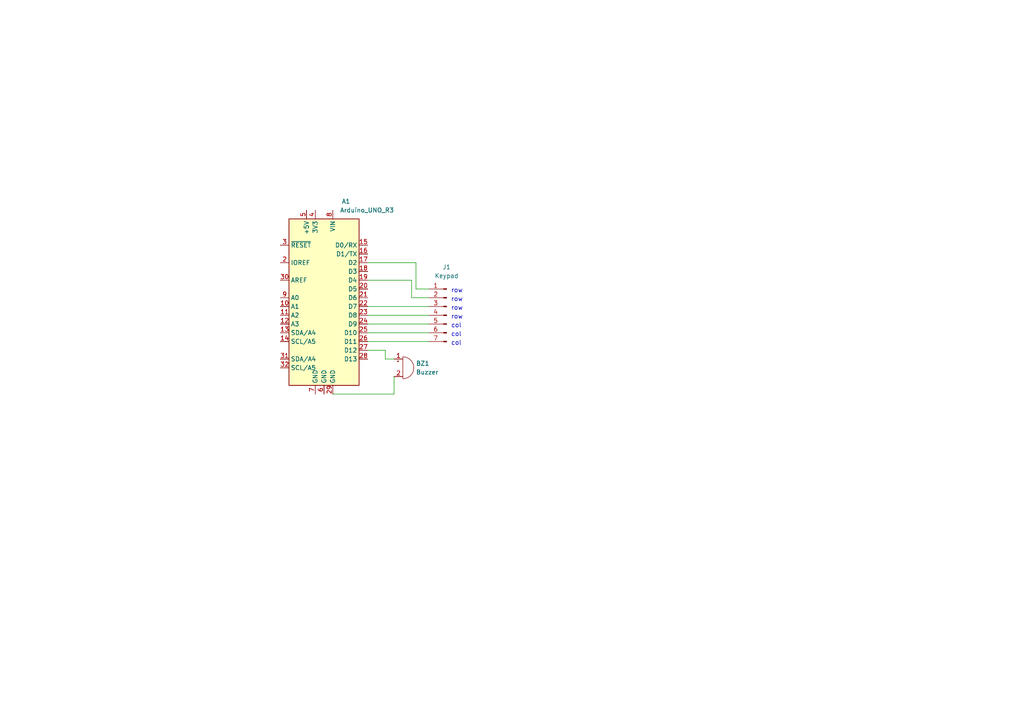
<source format=kicad_sch>
(kicad_sch (version 20230121) (generator eeschema)
  (paper "A4")
  (lib_symbols
    (symbol "Connector:Conn_01x07_Pin" (pin_names (offset 1.016) hide)
      (property "Reference" "J" (at 0 10.16 0))
      (property "Value" "Conn_01x07_Pin" (at 0 -10.16 0))
      (symbol "Conn_01x07_Pin_1_1"
        (polyline (pts (xy 1.27 -7.62) (xy 0.8636 -7.62)) (stroke (width 0.1524)))
        (polyline (pts (xy 1.27 -5.08) (xy 0.8636 -5.08)) (stroke (width 0.1524)))
        (polyline (pts (xy 1.27 -2.54) (xy 0.8636 -2.54)) (stroke (width 0.1524)))
        (polyline (pts (xy 1.27 0) (xy 0.8636 0)) (stroke (width 0.1524)))
        (polyline (pts (xy 1.27 2.54) (xy 0.8636 2.54)) (stroke (width 0.1524)))
        (polyline (pts (xy 1.27 5.08) (xy 0.8636 5.08)) (stroke (width 0.1524)))
        (polyline (pts (xy 1.27 7.62) (xy 0.8636 7.62)) (stroke (width 0.1524)))
        (rectangle (start 0.8636 -7.493) (end 0 -7.747) (stroke (width 0.1524)) (fill (type outline)))
        (rectangle (start 0.8636 -4.953) (end 0 -5.207) (stroke (width 0.1524)) (fill (type outline)))
        (rectangle (start 0.8636 -2.413) (end 0 -2.667) (stroke (width 0.1524)) (fill (type outline)))
        (rectangle (start 0.8636 0.127) (end 0 -0.127) (stroke (width 0.1524)) (fill (type outline)))
        (rectangle (start 0.8636 2.667) (end 0 2.413) (stroke (width 0.1524)) (fill (type outline)))
        (rectangle (start 0.8636 5.207) (end 0 4.953) (stroke (width 0.1524)) (fill (type outline)))
        (rectangle (start 0.8636 7.747) (end 0 7.493) (stroke (width 0.1524)) (fill (type outline)))
        (pin passive line (at 5.08 7.62 180) (length 3.81) (name "Pin_1") (number "1"))
        (pin passive line (at 5.08 5.08 180) (length 3.81) (name "Pin_2") (number "2"))
        (pin passive line (at 5.08 2.54 180) (length 3.81) (name "Pin_3") (number "3"))
        (pin passive line (at 5.08 0 180) (length 3.81) (name "Pin_4") (number "4"))
        (pin passive line (at 5.08 -2.54 180) (length 3.81) (name "Pin_5") (number "5"))
        (pin passive line (at 5.08 -5.08 180) (length 3.81) (name "Pin_6") (number "6"))
        (pin passive line (at 5.08 -7.62 180) (length 3.81) (name "Pin_7") (number "7"))
      )
    )
    (symbol "Device:Buzzer" (pin_names (offset 0.0254) hide)
      (property "Reference" "BZ" (at 3.81 1.27 0))
      (property "Value" "Buzzer" (at 3.81 -1.27 0))
      (symbol "Buzzer_0_1"
        (arc (start 0 -3.175) (mid 3.1612 0) (end 0 3.175))
        (polyline (pts (xy -1.651 1.905) (xy -1.143 1.905)))
        (polyline (pts (xy -1.397 2.159) (xy -1.397 1.651)))
        (polyline (pts (xy 0 3.175) (xy 0 -3.175)))
      )
      (symbol "Buzzer_1_1"
        (pin passive line (at -2.54 2.54 0) (length 2.54) (name "-") (number "1"))
        (pin passive line (at -2.54 -2.54 0) (length 2.54) (name "+") (number "2"))
      )
    )
    (symbol "MCU_Module:Arduino_UNO_R3"
      (property "Reference" "A" (at -10.16 23.495 0))
      (property "Value" "Arduino_UNO_R3" (at 5.08 -26.67 0))
      (symbol "Arduino_UNO_R3_0_1"
        (rectangle (start -10.16 22.86) (end 10.16 -25.4) (stroke (width 0.254)) (fill (type background)))
      )
      (symbol "Arduino_UNO_R3_1_1"
        (pin no_connect line (at -10.16 -20.32 0) (length 2.54) hide (name "NC") (number "1"))
        (pin bidirectional line (at 12.7 -2.54 180) (length 2.54) (name "A1") (number "10"))
        (pin bidirectional line (at 12.7 -5.08 180) (length 2.54) (name "A2") (number "11"))
        (pin bidirectional line (at 12.7 -7.62 180) (length 2.54) (name "A3") (number "12"))
        (pin bidirectional line (at 12.7 -10.16 180) (length 2.54) (name "SDA/A4") (number "13"))
        (pin bidirectional line (at 12.7 -12.7 180) (length 2.54) (name "SCL/A5") (number "14"))
        (pin bidirectional line (at -12.7 15.24 0) (length 2.54) (name "D0/RX") (number "15"))
        (pin bidirectional line (at -12.7 12.7 0) (length 2.54) (name "D1/TX") (number "16"))
        (pin bidirectional line (at -12.7 10.16 0) (length 2.54) (name "D2") (number "17"))
        (pin bidirectional line (at -12.7 7.62 0) (length 2.54) (name "D3") (number "18"))
        (pin bidirectional line (at -12.7 5.08 0) (length 2.54) (name "D4") (number "19"))
        (pin output line (at 12.7 10.16 180) (length 2.54) (name "IOREF") (number "2"))
        (pin bidirectional line (at -12.7 2.54 0) (length 2.54) (name "D5") (number "20"))
        (pin bidirectional line (at -12.7 0 0) (length 2.54) (name "D6") (number "21"))
        (pin bidirectional line (at -12.7 -2.54 0) (length 2.54) (name "D7") (number "22"))
        (pin bidirectional line (at -12.7 -5.08 0) (length 2.54) (name "D8") (number "23"))
        (pin bidirectional line (at -12.7 -7.62 0) (length 2.54) (name "D9") (number "24"))
        (pin bidirectional line (at -12.7 -10.16 0) (length 2.54) (name "D10") (number "25"))
        (pin bidirectional line (at -12.7 -12.7 0) (length 2.54) (name "D11") (number "26"))
        (pin bidirectional line (at -12.7 -15.24 0) (length 2.54) (name "D12") (number "27"))
        (pin bidirectional line (at -12.7 -17.78 0) (length 2.54) (name "D13") (number "28"))
        (pin power_in line (at -2.54 -27.94 90) (length 2.54) (name "GND") (number "29"))
        (pin input line (at 12.7 15.24 180) (length 2.54) (name "~{RESET}") (number "3"))
        (pin input line (at 12.7 5.08 180) (length 2.54) (name "AREF") (number "30"))
        (pin bidirectional line (at 12.7 -17.78 180) (length 2.54) (name "SDA/A4") (number "31"))
        (pin bidirectional line (at 12.7 -20.32 180) (length 2.54) (name "SCL/A5") (number "32"))
        (pin power_out line (at 2.54 25.4 270) (length 2.54) (name "3V3") (number "4"))
        (pin power_out line (at 5.08 25.4 270) (length 2.54) (name "+5V") (number "5"))
        (pin power_in line (at 0 -27.94 90) (length 2.54) (name "GND") (number "6"))
        (pin power_in line (at 2.54 -27.94 90) (length 2.54) (name "GND") (number "7"))
        (pin power_in line (at -2.54 25.4 270) (length 2.54) (name "VIN") (number "8"))
        (pin bidirectional line (at 12.7 0 180) (length 2.54) (name "A0") (number "9"))
      )
    )
  )
  (wire (pts (xy 111.76 101.6) (xy 111.76 104.14)))
  (wire (pts (xy 106.68 88.9) (xy 124.46 88.9)))
  (wire (pts (xy 106.68 99.06) (xy 124.46 99.06)))
  (wire (pts (xy 106.68 96.52) (xy 124.46 96.52)))
  (wire (pts (xy 119.38 86.36) (xy 124.46 86.36)))
  (wire (pts (xy 106.68 81.28) (xy 119.38 81.28)))
  (wire (pts (xy 106.68 93.98) (xy 124.46 93.98)))
  (wire (pts (xy 106.68 91.44) (xy 124.46 91.44)))
  (wire (pts (xy 106.68 76.2) (xy 120.65 76.2)))
  (wire (pts (xy 120.65 76.2) (xy 120.65 83.82)))
  (wire (pts (xy 120.65 83.82) (xy 124.46 83.82)))
  (wire (pts (xy 114.3 109.22) (xy 114.3 114.3)))
  (wire (pts (xy 114.3 114.3) (xy 96.52 114.3)))
  (wire (pts (xy 106.68 101.6) (xy 111.76 101.6)))
  (wire (pts (xy 119.38 81.28) (xy 119.38 86.36)))
  (wire (pts (xy 111.76 104.14) (xy 114.3 104.14)))
  (text "col" (at 130.81 100.33 0) (effects (font (size 1.27 1.27)) (justify left bottom)))
  (text "row" (at 130.81 85.09 0) (effects (font (size 1.27 1.27)) (justify left bottom)))
  (text "row" (at 130.81 92.71 0) (effects (font (size 1.27 1.27)) (justify left bottom)))
  (text "row" (at 130.81 87.63 0) (effects (font (size 1.27 1.27)) (justify left bottom)))
  (text "col" (at 130.81 95.25 0) (effects (font (size 1.27 1.27)) (justify left bottom)))
  (text "row" (at 130.81 90.17 0) (effects (font (size 1.27 1.27)) (justify left bottom)))
  (text "col" (at 130.81 97.79 0) (effects (font (size 1.27 1.27)) (justify left bottom)))
  (symbol (lib_id "MCU_Module:Arduino_UNO_R3") (at 93.98 86.36 0) (mirror y) (unit 1)
    (property "Reference" "A1" (at 101.6 58.42 0) (effects (justify left)))
    (property "Value" "Arduino_UNO_R3" (at 114.3 60.96 0) (effects (justify left)))
    (property "Footprint" "Module:Arduino_UNO_R3" (effects hide))
    (property "Datasheet" "https://www.arduino.cc/en/Main/arduinoBoardUno" (effects hide))
  )
  (symbol (lib_id "Device:Buzzer") (at 116.84 106.68 0) (unit 1)
    (property "Reference" "BZ1" (at 120.65 105.41 0) (effects (justify left)))
    (property "Value" "Buzzer" (at 120.65 107.95 0) (effects (justify left)))
  )
  (symbol (lib_id "Connector:Conn_01x07_Pin") (at 129.54 91.44 0) (mirror y) (unit 1)
    (property "Reference" "J1" (at 129.54 77.47 0))
    (property "Value" "Keypad" (at 129.54 80.01 0))
  )
)
</source>
